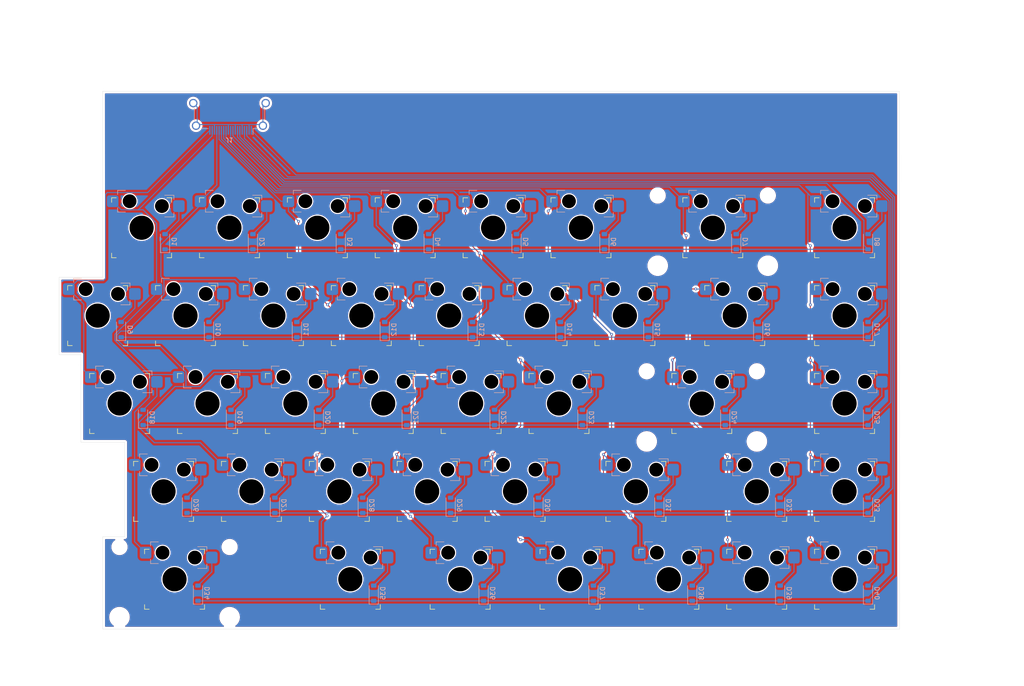
<source format=kicad_pcb>
(kicad_pcb (version 20240108) (generator "pcbnew") (generator_version "8.0")
  (layers (0 "F.Cu" signal) (31 "B.Cu" signal) (34 "B.Paste" user) (35 "F.Paste" user) (36 "B.SilkS" user "B.Silkscreen") (37 "F.SilkS" user "F.Silkscreen") (38 "B.Mask" user) (39 "F.Mask" user) (44 "Edge.Cuts" user))
  (net 0 "")
  (net 1 "ROW0")
  (net 2 "Net-(D1-A)")
  (net 3 "Net-(D2-A)")
  (net 4 "Net-(D3-A)")
  (net 5 "Net-(D4-A)")
  (net 6 "Net-(D5-A)")
  (net 7 "Net-(D6-A)")
  (net 8 "Net-(D7-A)")
  (net 9 "Net-(D8-A)")
  (net 10 "Net-(D9-A)")
  (net 11 "ROW1")
  (net 12 "Net-(D10-A)")
  (net 13 "Net-(D11-A)")
  (net 14 "Net-(D12-A)")
  (net 15 "Net-(D13-A)")
  (net 16 "Net-(D14-A)")
  (net 17 "Net-(D15-A)")
  (net 18 "Net-(D16-A)")
  (net 19 "Net-(D17-A)")
  (net 20 "Net-(D18-A)")
  (net 21 "ROW2")
  (net 22 "Net-(D19-A)")
  (net 23 "Net-(D20-A)")
  (net 24 "Net-(D21-A)")
  (net 25 "Net-(D22-A)")
  (net 26 "Net-(D23-A)")
  (net 27 "Net-(D24-A)")
  (net 28 "Net-(D25-A)")
  (net 29 "ROW3")
  (net 30 "Net-(D26-A)")
  (net 31 "Net-(D27-A)")
  (net 32 "Net-(D28-A)")
  (net 33 "Net-(D29-A)")
  (net 34 "Net-(D30-A)")
  (net 35 "Net-(D31-A)")
  (net 36 "Net-(D32-A)")
  (net 37 "Net-(D33-A)")
  (net 38 "Net-(D34-A)")
  (net 39 "ROW4")
  (net 40 "Net-(D35-A)")
  (net 41 "Net-(D36-A)")
  (net 42 "Net-(D37-A)")
  (net 43 "Net-(D38-A)")
  (net 44 "Net-(D39-A)")
  (net 45 "Net-(D40-A)")
  (net 46 "GND")
  (net 47 "COL15")
  (net 48 "COL12")
  (net 49 "COL9")
  (net 50 "COL11")
  (net 51 "COL8")
  (net 52 "COL10")
  (net 53 "COL13")
  (net 54 "COL14")
  (net 55 "COL7")
  (footprint "key-switches:SW_Gateron_LowProfile_HotSwap_Good" (layer "F.Cu") (at 133.1 52.6)
    (property "Reference" "SW5" (hide yes))
    (property "Value" "Key_-" (hide yes))
  )
  (footprint "key-switches:SW_Gateron_LowProfile_HotSwap_Good" (layer "F.Cu") (at 178.3438 90.7)
    (property "Reference" "SW24" (hide yes))
    (property "Value" "Key_Enter" (hide yes))
  )
  (footprint "key-switches:SW_Gateron_LowProfile_HotSwap_Good" (layer "F.Cu") (at 209.3 128.8)
    (property "Reference" "SW40" (hide yes))
    (property "Value" "Key_Right" (hide yes))
  )
  (footprint "key-switches:SW_Gateron_LowProfile_HotSwap_Good" (layer "F.Cu") (at 52.1375 90.7)
    (property "Reference" "SW18" (hide yes))
    (property "Value" "Key_H" (hide yes))
  )
  (footprint "key-switches:SW_Gateron_LowProfile_HotSwap_Good" (layer "F.Cu") (at 75.95 52.6)
    (property "Reference" "SW2" (hide yes))
    (property "Value" "Key_8" (hide yes))
  )
  (footprint "key-switches:SW_Gateron_LowProfile_HotSwap_Good" (layer "F.Cu") (at 95 52.6)
    (property "Reference" "SW3" (hide yes))
    (property "Value" "Key_9" (hide yes))
  )
  (footprint "key-switches:SW_Gateron_LowProfile_HotSwap_Good" (layer "F.Cu") (at 209.3 90.7)
    (property "Reference" "SW25" (hide yes))
    (property "Value" "Key_PgUp" (hide yes))
  )
  (footprint "key-switches:SW_Gateron_LowProfile_HotSwap_Good" (layer "F.Cu") (at 66.425 71.65)
    (property "Reference" "SW10" (hide yes))
    (property "Value" "Key_U" (hide yes))
  )
  (footprint "key-switches:SW_Gateron_LowProfile_HotSwap_Good" (layer "F.Cu") (at 125.9563 128.8)
    (property "Reference" "SW36" (hide yes))
    (property "Value" "Key_Fn" (hide yes))
  )
  (footprint "key-switches:SW_Gateron_LowProfile_HotSwap_Good" (layer "F.Cu") (at 61.6625 109.75)
    (property "Reference" "SW26" (hide yes))
    (property "Value" "Key_N" (hide yes))
  )
  (footprint "PCM_Mounting_Keyboard_Stabilizer_1:Stabilizer_Cherry_MX_2.00u" (layer "F.Cu") (at 180.725 52.6)
    (property "Reference" "ST7" (hide yes))
    (property "Value" "Stabilizer_Cherry_MX_2.00u")
  )
  (footprint "key-switches:SW_Gateron_LowProfile_HotSwap_Good" (layer "F.Cu") (at 209.3 52.6)
    (property "Reference" "SW8" (hide yes))
    (property "Value" "Key_Del" (hide yes))
  )
  (footprint "key-switches:SW_Gateron_LowProfile_HotSwap_Good" (layer "F.Cu") (at 171.2 128.8)
    (property "Reference" "SW38" (hide yes))
    (property "Value" "Key_Left" (hide yes))
  )
  (footprint "key-switches:SW_Gateron_LowProfile_HotSwap_Good" (layer "F.Cu") (at 118.8125 109.75)
    (property "Reference" "SW29" (hide yes))
    (property "Value" "Key_." (hide yes))
  )
  (footprint "key-switches:SW_Gateron_LowProfile_HotSwap_Good" (layer "F.Cu") (at 47.375 71.65)
    (property "Reference" "SW9" (hide yes))
    (property "Value" "Key_Y" (hide yes))
  )
  (footprint "key-switches:SW_Gateron_LowProfile_HotSwap_Good" (layer "F.Cu") (at 90.2375 90.7)
    (property "Reference" "SW20" (hide yes))
    (property "Value" "Key_K" (hide yes))
  )
  (footprint "PCM_Mounting_Keyboard_Stabilizer_1:Stabilizer_Cherry_MX_2.00u" (layer "F.Cu") (at 64.0438 128.8)
    (property "Reference" "ST34" (hide yes))
    (property "Value" "Stabilizer_Cherry_MX_2.00u")
  )
  (footprint "key-switches:SW_Gateron_LowProfile_HotSwap_Good" (layer "F.Cu") (at 80.7125 109.75)
    (property "Reference" "SW27" (hide yes))
    (property "Value" "Key_M" (hide yes))
  )
  (footprint "key-switches:SW_Gateron_LowProfile_HotSwap_Good" (layer "F.Cu") (at 180.725 52.6)
    (property "Reference" "SW7" (hide yes))
    (property "Value" "Key_BkSpc" (hide yes))
  )
  (footprint "key-switches:SW_Gateron_LowProfile_HotSwap_Good" (layer "F.Cu") (at 114.05 52.6)
    (property "Reference" "SW4" (hide yes))
    (property "Value" "Key_0" (hide yes))
  )
  (footprint "key-switches:SW_Gateron_LowProfile_HotSwap_Good" (layer "F.Cu") (at 185.4875 71.65)
    (property "Reference" "SW16" (hide yes))
    (property "Value" "Key_\\" (hide yes))
  )
  (footprint "key-switches:SW_Gateron_LowProfile_HotSwap_Good" (layer "F.Cu") (at 164.0563 109.75)
    (property "Reference" "SW31" (hide yes))
    (property "Value" "Key_Shift" (hide yes))
  )
  (footprint "key-switches:SW_Gateron_LowProfile_HotSwap_Good" (layer "F.Cu") (at 142.625 71.65)
    (property "Reference" "SW14" (hide yes))
    (property "Value" "Key_[" (hide yes))
  )
  (footprint "key-switches:SW_Gateron_LowProfile_HotSwap_Good" (layer "F.Cu") (at 190.25 128.8)
    (property "Reference" "SW39" (hide yes))
    (property "Value" "Key_Down" (hide yes))
  )
  (footprint "key-switches:SW_Gateron_LowProfile_HotSwap_Good" (layer "F.Cu") (at 56.9 52.6)
    (property "Reference" "SW1" (hide yes))
    (property "Value" "Key_7" (hide yes))
  )
  (footprint "key-switches:SW_Gateron_LowProfile_HotSwap_Good" (layer "F.Cu") (at 109.2875 90.7)
    (property "Reference" "SW21" (hide yes))
    (property "Value" "Key_L" (hide yes))
  )
  (footprint "key-switches:SW_Gateron_LowProfile_HotSwap_Good" (layer "F.Cu") (at 209.3 109.75)
    (property "Reference" "SW33" (hide yes))
    (property "Value" "Key_PgDn" (hide yes))
  )
  (footprint "PCM_Mounting_Keyboard_Stabilizer_1:Stabilizer_Cherry_MX_2.00u" (layer "F.Cu") (at 178.3438 90.7)
    (property "Reference" "ST24" (hide yes))
    (property "Value" "Stabilizer_Cherry_MX_2.00u")
  )
  (footprint "key-switches:SW_Gateron_LowProfile_HotSwap_Good" (layer "F.Cu") (at 190.25 109.75)
    (property "Reference" "SW32" (hide yes))
    (property "Value" "Key_Up" (hide yes))
  )
  (footprint "key-switches:SW_Gateron_LowProfile_HotSwap_Good" (layer "F.Cu") (at 152.15 52.6)
    (property "Reference" "SW6" (hide yes))
    (property "Value" "Key_=" (hide yes))
  )
  (footprint "key-switches:SW_Gateron_LowProfile_HotSwap_Good" (layer "F.Cu") (at 71.1875 90.7)
    (property "Reference" "SW19" (hide yes))
    (property "Value" "Key_J" (hide yes))
  )
  (footprint "key-switches:SW_Gateron_LowProfile_HotSwap_Good" (layer "F.Cu") (at 137.8625 109.75)
    (property "Reference" "SW30" (hide yes))
    (property "Value" "Key_/" (hide yes))
  )
  (footprint "key-switches:SW_Gateron_LowProfile_HotSwap_Good" (layer "F.Cu") (at 128.3375 90.7)
    (property "Reference" "SW22" (hide yes))
    (property "Value" "Key_;" (hide yes))
  )
  (footprint "key-switches:SW_Gateron_LowProfile_HotSwap_Good" (layer "F.Cu") (at 85.475 71.65)
    (property "Reference" "SW11" (hide yes))
    (property "Value" "Key_I" (hide yes))
  )
  (footprint "key-switches:SW_Gateron_LowProfile_HotSwap_Good" (layer "F.Cu") (at 149.7688 128.8)
    (property "Reference" "SW37" (hide yes))
    (property "Value" "Key_Ctrl" (hide yes))
  )
  (footprint "key-switches:SW_Gateron_LowProfile_HotSwap_Good" (layer "F.Cu") (at 209.3 71.65)
    (property "Reference" "SW17" (hide yes))
    (property "Value" "Key_Home" (hide yes))
  )
  (footprint "key-switches:SW_Gateron_LowProfile_HotSwap_Good" (layer "F.Cu") (at 161.675 71.65)
    (property "Reference" "SW15" (hide yes))
    (property "Value" "Key_]" (hide yes))
  )
  (footprint "key-switches:SW_Gateron_LowProfile_HotSwap_Good" (layer "F.Cu") (at 102.1438 128.8)
    (property "Reference" "SW35" (hide yes))
    (property "Value" "Key_Alt" (hide yes))
  )
  (footprint "key-switches:SW_Gateron_LowProfile_HotSwap_Good" (layer "F.Cu") (at 147.3875 90.7)
    (property "Reference" "SW23" (hide yes))
    (property "Value" "Key_'" (hide yes))
  )
  (footprint "key-switches:SW_Gateron_LowProfile_HotSwap_Good" (layer "F.Cu") (at 123.575 71.65)
    (property "Reference" "SW13" (hide yes))
    (property "Value" "Key_P" (hide yes))
  )
  (footprint "key-switches:SW_Gateron_LowProfile_HotSwap_Good" (layer "F.Cu") (at 104.525 71.65)
    (property "Reference" "SW12" (hide yes))
    (property "Value" "Key_O" (hide yes))
  )
  (footprint "key-switches:SW_Gateron_LowProfile_HotSwap_Good" (layer "F.Cu") (at 99.7625 109.75)
    (property "Reference" "SW28" (hide yes))
    (property "Value" "Key_," (hide yes))
  )
  (footprint "key-switches:SW_Gateron_LowProfile_HotSwap_Good" (layer "F.Cu") (at 64.0438 128.8)
    (property "Reference" "SW34" (hide yes))
    (property "Value" "Key_Spc" (hide yes))
  )
  (footprint "Diode_SMD:D_SOD-123" (layer "B.Cu") (at 214.38 55.63 90)
    (property "Reference" "D8")
    (property "Value" "~")
  )
  (footprint "Diode_SMD:D_SOD-123" (layer "B.Cu") (at 152.4675 93.73 90)
    (property "Reference" "D23")
    (property "Value" "~")
  )
  (footprint "Connector_Video:HDMI_A_Amphenol_10029449-x01xLF_Horizontal" (layer "B.Cu") (at 75.95 26.475)
    (property "Reference" "J1")
    (property "Value" "HDMI_A")
  )
  (footprint "Diode_SMD:D_SOD-123" (layer "B.Cu") (at 107.2238 131.83 90)
    (property "Reference" "D35")
    (property "Value" "~")
  )
  (footprint "Diode_SMD:D_SOD-123" (layer "B.Cu") (at 176.28 131.83 90)
    (property "Reference" "D38")
    (property "Value" "~")
  )
  (footprint "Diode_SMD:D_SOD-123" (layer "B.Cu") (at 142.9425 112.78 90)
    (property "Reference" "D30")
    (property "Value" "~")
  )
  (footprint "Diode_SMD:D_SOD-123" (layer "B.Cu") (at 131.0363 131.83 90)
    (property "Reference" "D36")
    (property "Value" "~")
  )
  (footprint "Diode_SMD:D_SOD-123" (layer "B.Cu") (at 195.33 131.83 90)
    (property "Reference" "D39")
    (property "Value" "~")
  )
  (footprint "Diode_SMD:D_SOD-123" (layer "B.Cu") (at 138.18 55.63 90)
    (property "Reference" "D5")
    (property "Value" "~")
  )
  (footprint "Diode_SMD:D_SOD-123" (layer "B.Cu") (at 90.555 74.68 90)
    (property "Reference" "D11")
    (property "Value" "~")
  )
  (footprint "Diode_SMD:D_SOD-123" (layer "B.Cu") (at 157.23 55.63 90)
    (property "Reference" "D6")
    (property "Value" "~")
  )
  (footprint "Diode_SMD:D_SOD-123" (layer "B.Cu") (at 123.8925 112.78 90)
    (property "Reference" "D29")
    (property "Value" "~")
  )
  (footprint "Diode_SMD:D_SOD-123" (layer "B.Cu") (at 61.98 55.63 90)
    (property "Reference" "D1")
    (property "Value" "~")
  )
  (footprint "Diode_SMD:D_SOD-123" (layer "B.Cu") (at 214.38 112.78 90)
    (property "Reference" "D33")
    (property "Value" "~")
  )
  (footprint "Diode_SMD:D_SOD-123" (layer "B.Cu") (at 169.1363 112.78 90)
    (property "Reference" "D31")
    (property "Value" "~")
  )
  (footprint "Diode_SMD:D_SOD-123" (layer "B.Cu") (at 114.3675 93.73 90)
    (property "Reference" "D21")
    (property "Value" "~")
  )
  (footprint "Diode_SMD:D_SOD-123" (layer "B.Cu") (at 81.03 55.63 90)
    (property "Reference" "D2")
    (property "Value" "~")
  )
  (footprint "Diode_SMD:D_SOD-123" (layer "B.Cu") (at 147.705 74.68 90)
    (property "Reference" "D14")
    (property "Value" "~")
  )
  (footprint "Diode_SMD:D_SOD-123" (layer "B.Cu") (at 57.2175 93.73 90)
    (property "Reference" "D18")
    (property "Value" "~")
  )
  (footprint "Diode_SMD:D_SOD-123" (layer "B.Cu") (at 66.7425 112.78 90)
    (property "Reference" "D26")
    (property "Value" "~")
  )
  (footprint "Diode_SMD:D_SOD-123" (layer "B.Cu") (at 109.605 74.68 90)
    (property "Reference" "D12")
    (property "Value" "~")
  )
  (footprint "Diode_SMD:D_SOD-123" (layer "B.Cu") (at 190.5675 74.68 90)
    (property "Reference" "D16")
    (property "Value" "~")
  )
  (footprint "Diode_SMD:D_SOD-123" (layer "B.Cu") (at 154.8488 131.83 90)
    (property "Reference" "D37")
    (property "Value" "~")
  )
  (footprint "Diode_SMD:D_SOD-123" (layer "B.Cu") (at 100.08 55.63 90)
    (property "Reference" "D3")
    (property "Value" "~")
  )
  (footprint "Diode_SMD:D_SOD-123" (layer "B.Cu") (at 195.33 112.78 90)
    (property "Reference" "D32")
    (property "Value" "~")
  )
  (footprint "Diode_SMD:D_SOD-123" (layer "B.Cu") (at 95.3175 93.73 90)
    (property "Reference" "D20")
    (property "Value" "~")
  )
  (footprint "Diode_SMD:D_SOD-123" (layer "B.Cu") (at 76.2675 93.73 90)
    (property "Reference" "D19")
    (property "Value" "~")
  )
  (footprint "Diode_SMD:D_SOD-123" (layer "B.Cu") (at 71.505 74.68 90)
    (property "Reference" "D10")
    (property "Value" "~")
  )
  (footprint "Diode_SMD:D_SOD-123" (layer "B.Cu") (at 119.13 55.63 90)
    (property "Reference" "D4")
    (property "Value" "~")
  )
  (footprint "Diode_SMD:D_SOD-123" (layer "B.Cu") (at 214.38 93.73 90)
    (property "Reference" "D25")
    (property "Value" "~")
  )
  (footprint "Diode_SMD:D_SOD-123" (layer "B.Cu") (at 128.655 74.68 90)
    (property "Reference" "D13")
    (property "Value" "~")
  )
  (footprint "Diode_SMD:D_SOD-123" (layer "B.Cu") (at 85.7925 112.78 90)
    (property "Reference" "D27")
    (property "Value" "~")
  )
  (footprint "Diode_SMD:D_SOD-123" (layer "B.Cu") (at 214.38 131.83 90)
    (property "Reference" "D40")
    (property "Value" "~")
  )
  (footprint "Diode_SMD:D_SOD-123" (layer "B.Cu") (at 183.4238 93.73 90)
    (property "Reference" "D24")
    (property "Value" "~")
  )
  (footprint "Diode_SMD:D_SOD-123" (layer "B.Cu") (at 52.455 74.68 90)
    (property "Reference" "D9")
    (property "Value" "~")
  )
  (footprint "Diode_SMD:D_SOD-123" (layer "B.Cu") (at 214.38 74.68 90)
    (property "Reference" "D17")
    (property "Value" "~")
  )
  (footprint "Diode_SMD:D_SOD-123" (layer "B.Cu") (at 133.4175 93.73 90)
    (property "Reference" "D22")
    (property "Value" "~")
  )
  (footprint "Diode_SMD:D_SOD-123" (layer "B.Cu") (at 104.8425 112.78 90)
    (property "Reference" "D28")
    (property "Value" "~")
  )
  (footprint "Diode_SMD:D_SOD-123" (layer "B.Cu") (at 166.755 74.68 90)
    (property "Reference" "D15")
    (property "Value" "~")
  )
  (footprint "Diode_SMD:D_SOD-123" (layer "B.Cu") (at 69.1238 131.83 90)
    (property "Reference" "D34")
    (property "Value" "~")
  )
  (footprint "Diode_SMD:D_SOD-123" (layer "B.Cu") (at 185.805 55.63 90)
    (property "Reference" "D7")
    (property "Value" "~")
  )
  (gr_line (start 48.475 63.35) (end 48.45 22.975) (stroke (width 0.05)) (layer "Edge.Cuts"))
  (gr_line (start 39 63.35) (end 48.475 63.35) (stroke (width 0.05)) (layer "Edge.Cuts"))
  (gr_line (start 53.25 119.6) (end 48.475 119.6) (stroke (width 0.05)) (layer "Edge.Cuts"))
  (gr_line (start 43.75 82.35) (end 43.75 80.1) (stroke (width 0.05)) (layer "Edge.Cuts"))
  (gr_line (start 48.475 139.6) (end 48.475 119.6) (stroke (width 0.05)) (layer "Edge.Cuts"))
  (gr_line (start 39 80.1) (end 39 63.35) (stroke (width 0.05)) (layer "Edge.Cuts"))
  (gr_line (start 221.2125 139.6) (end 48.475 139.6) (stroke (width 0.05)) (layer "Edge.Cuts"))
  (gr_line (start 53.25 119.6) (end 53.25 99.1) (stroke (width 0.05)) (layer "Edge.Cuts"))
  (gr_line (start 221.2125 139.6) (end 221.1875 22.975) (stroke (width 0.05)) (layer "Edge.Cuts"))
  (gr_line (start 221.1875 22.975) (end 48.45 22.975) (stroke (width 0.05)) (layer "Edge.Cuts"))
  (gr_line (start 43.75 80.1) (end 39 80.1) (stroke (width 0.05)) (layer "Edge.Cuts"))
  (gr_line (start 43.75 99.1) (end 43.75 82.35) (stroke (width 0.05)) (layer "Edge.Cuts"))
  (gr_line (start 53.25 99.1) (end 43.75 99.1) (stroke (width 0.05)) (layer "Edge.Cuts"))
  (segment (start 185.805 57.28) (end 214.38 57.28) (width 0.2) (layer "B.Cu") (net 1))
  (segment (start 77.7 32.95) (end 87.691 42.941) (width 0.2) (layer "B.Cu") (net 1))
  (segment (start 157.23 57.28) (end 185.805 57.28) (width 0.2) (layer "B.Cu") (net 1))
  (segment (start 87.691 42.941) (end 205.416 42.941) (width 0.2) (layer "B.Cu") (net 1))
  (segment (start 213.48 56.38) (end 214.38 57.28) (width 0.2) (layer "B.Cu") (net 1))
  (segment (start 77.7 31.475) (end 77.7 32.95) (width 0.2) (layer "B.Cu") (net 1))
  (segment (start 138.18 57.28) (end 157.23 57.28) (width 0.2) (layer "B.Cu") (net 1))
  (segment (start 61.98 57.28) (end 81.03 57.28) (width 0.2) (layer "B.Cu") (net 1))
  (segment (start 100.08 57.28) (end 119.13 57.28) (width 0.2) (layer "B.Cu") (net 1))
  (segment (start 205.416 42.941) (end 213.48 51.005) (width 0.2) (layer "B.Cu") (net 1))
  (segment (start 81.03 57.28) (end 100.08 57.28) (width 0.2) (layer "B.Cu") (net 1))
  (segment (start 213.48 51.005) (end 213.48 56.38) (width 0.2) (layer "B.Cu") (net 1))
  (segment (start 119.13 57.28) (end 138.18 57.28) (width 0.2) (layer "B.Cu") (net 1))
  (segment (start 64.975 47.9) (end 64.975 50.985) (width 0.2) (layer "B.Cu") (net 2))
  (segment (start 64.975 50.985) (end 61.98 53.98) (width 0.2) (layer "B.Cu") (net 2))
  (segment (start 84.025 47.9) (end 84.025 50.985) (width 0.2) (layer "B.Cu") (net 3))
  (segment (start 84.025 50.985) (end 81.03 53.98) (width 0.2) (layer "B.Cu") (net 3))
  (segment (start 103.075 47.9) (end 103.075 50.985) (width 0.2) (layer "B.Cu") (net 4))
  (segment (start 103.075 50.985) (end 100.08 53.98) (width 0.2) (layer "B.Cu") (net 4))
  (segment (start 122.125 47.9) (end 122.125 50.985) (width 0.2) (layer "B.Cu") (net 5))
  (segment (start 122.125 50.985) (end 119.13 53.98) (width 0.2) (layer "B.Cu") (net 5))
  (segment (start 141.175 50.985) (end 138.18 53.98) (width 0.2) (layer "B.Cu") (net 6))
  (segment (start 141.175 47.9) (end 141.175 50.985) (width 0.2) (layer "B.Cu") (net 6))
  (segment (start 160.225 47.9) (end 160.225 50.985) (width 0.2) (layer "B.Cu") (net 7))
  (segment (start 160.225 50.985) (end 157.23 53.98) (width 0.2) (layer "B.Cu") (net 7))
  (segment (start 188.8 47.9) (end 188.8 50.985) (width 0.2) (layer "B.Cu") (net 8))
  (segment (start 188.8 50.985) (end 185.805 53.98) (width 0.2) (layer "B.Cu") (net 8))
  (segment (start 217.375 47.9) (end 217.375 50.985) (width 0.2) (layer "B.Cu") (net 9))
  (segment (start 217.375 50.985) (end 214.38 53.98) (width 0.2) (layer "B.Cu") (net 9))
  (segment (start 55.45 70.035) (end 52.455 73.03) (width 0.2) (layer "B.Cu") (net 10))
  (segment (start 55.45 66.95) (end 55.45 70.035) (width 0.2) (layer "B.Cu") (net 10))
  (segment (start 128.655 76.33) (end 147.705 76.33) (width 0.2) (layer "B.Cu") (net 11))
  (segment (start 166.755 76.33) (end 190.5675 76.33) (width 0.2) (layer "B.Cu") (net 11))
  (segment (start 109.605 76.33) (end 128.655 76.33) (width 0.2) (layer "B.Cu") (net 11))
  (segment (start 218.925 46.7864) (end 218.925 71.785) (width 0.2) (layer "B.Cu") (net 11))
  (segment (start 190.5675 76.33) (end 214.38 76.33) (width 0.2) (layer "B.Cu") (net 11))
  (segment (start 78.2 31.475) (end 78.2 32.8843) (width 0.2) (layer "B.Cu") (net 11))
  (segment (start 90.555 76.33) (end 109.605 76.33) (width 0.2) (layer "B.Cu") (net 11))
  (segment (start 78.2 32.8843) (end 87.8567 42.541) (width 0.2) (layer "B.Cu") (net 11))
  (segment (start 218.925 71.785) (end 214.38 76.33) (width 0.2) (layer "B.Cu") (net 11))
  (segment (start 52.455 76.33) (end 71.505 76.33) (width 0.2) (layer "B.Cu") (net 11))
  (segment (start 71.505 76.33) (end 90.555 76.33) (width 0.2) (layer "B.Cu") (net 11))
  (segment (start 87.8567 42.541) (end 214.68 42.541) (width 0.2) (layer "B.Cu") (net 11))
  (segment (start 214.68 42.541) (end 218.925 46.7864) (width 0.2) (layer "B.Cu") (net 11))
  (segment (start 147.705 76.33) (end 166.755 76.33) (width 0.2) (layer "B.Cu") (net 11))
  (segment (start 74.5 66.95) (end 74.5 70.035) (width 0.2) (layer "B.Cu") (net 12))
  (segment (start 74.5 70.035) (end 71.505 73.03) (width 0.2) (layer "B.Cu") (net 12))
  (segment (start 93.55 70.035) (end 90.555 73.03) (width 0.2) (layer "B.Cu") (net 13))
  (segment (start 93.55 66.95) (end 93.55 70.035) (width 0.2) (layer "B.Cu") (net 13))
  (segment (start 112.6 70.035) (end 109.605 73.03) (width 0.2) (layer "B.Cu") (net 14))
  (segment (start 112.6 66.95) (end 112.6 70.035) (width 0.2) (layer "B.Cu") (net 14))
  (segment (start 131.65 66.95) (end 131.65 70.035) (width 0.2) (layer "B.Cu") (net 15))
  (segment (start 131.65 70.035) (end 128.655 73.03) (width 0.2) (layer "B.Cu") (net 15))
  (segment (start 150.7 70.035) (end 147.705 73.03) (width 0.2) (layer "B.Cu") (net 16))
  (segment (start 150.7 66.95) (end 150.7 70.035) (width 0.2) (layer "B.Cu") (net 16))
  (segment (start 169.75 70.035) (end 166.755 73.03) (width 0.2) (layer "B.Cu") (net 17))
  (segment (start 169.75 66.95) (end 169.75 70.035) (width 0.2) (layer "B.Cu") (net 17))
  (segment (start 192.065 71.5325) (end 190.5675 73.03) (width 0.2) (layer "B.Cu") (net 18))
  (segment (start 193.562 66.95) (end 193.562 68.4925) (width 0.2) (layer "B.Cu") (net 18))
  (segment (start 193.562 68.4925) (end 193.5625 68.492) (width 0.2) (layer "B.Cu") (net 18))
  (segment (start 193.562 68.4925) (end 193.562 70.035) (width 0.2) (layer "B.Cu") (net 18))
  (segment (start 192.065 71.5325) (end 190.568 73.03) (width 0.2) (layer "B.Cu") (net 18))
  (segment (start 193.5625 68.492) (end 193.5625 66.95) (width 0.2) (layer "B.Cu") (net 18))
  (segment (start 193.562 70.035) (end 192.065 71.5325) (width 0.2) (layer "B.Cu") (net 18))
  (segment (start 217.375 66.95) (end 217.375 70.035) (width 0.2) (layer "B.Cu") (net 19))
  (segment (start 217.375 70.035) (end 214.38 73.03) (width 0.2) (layer "B.Cu") (net 19))
  (segment (start 60.2125 86) (end 60.2125 89.085) (width 0.2) (layer "B.Cu") (net 20))
  (segment (start 60.2125 89.085) (end 57.2175 92.08) (width 0.2) (layer "B.Cu") (net 20))
  (segment (start 87.95 41.975) (end 214.855 41.975) (width 0.2) (layer "B.Cu") (net 21))
  (segment (start 79.2 33.225) (end 87.95 41.975) (width 0.2) (layer "B.Cu") (net 21))
  (segment (start 95.3175 95.38) (end 76.2675 95.38) (width 0.2) (layer "B.Cu") (net 21))
  (segment (start 133.4175 95.38) (end 114.3675 95.38) (width 0.2) (layer "B.Cu") (net 21))
  (segment (start 219.325 46.445) (end 219.325 90.435) (width 0.2) (layer "B.Cu") (net 21))
  (segment (start 214.38 95.38) (end 183.4238 95.38) (width 0.2) (layer "B.Cu") (net 21))
  (segment (start 79.2 31.475) (end 79.2 33.225) (width 0.2) (layer "B.Cu") (net 21))
  (segment (start 219.325 90.435) (end 214.38 95.38) (width 0.2) (layer "B.Cu") (net 21))
  (segment (start 114.3675 95.38) (end 95.3175 95.38) (width 0.2) (layer "B.Cu") (net 21))
  (segment (start 183.4238 95.38) (end 152.4675 95.38) (width 0.2) (layer "B.Cu") (net 21))
  (segment (start 152.4675 95.38) (end 133.4175 95.38) (width 0.2) (layer "B.Cu") (net 21))
  (segment (start 214.855 41.975) (end 219.325 46.445) (width 0.2) (layer "B.Cu") (net 21))
  (segment (start 76.2675 95.38) (end 57.2175 95.38) (width 0.2) (layer "B.Cu") (net 21))
  (segment (start 79.2625 86) (end 79.2625 89.085) (width 0.2) (layer "B.Cu") (net 22))
  (segment (start 79.2625 89.085) (end 76.2675 92.08) (width 0.2) (layer "B.Cu") (net 22))
  (segment (start 98.3125 86) (end 98.3125 89.085) (width 0.2) (layer "B.Cu") (net 23))
  (segment (start 98.3125 89.085) (end 95.3175 92.08) (width 0.2) (layer "B.Cu") (net 23))
  (segment (start 117.362 89.085) (end 115.865 90.5825) (width 0.2) (layer "B.Cu") (net 24))
  (segment (start 117.362 86) (end 117.362 87.5425) (width 0.2) (layer "B.Cu") (net 24))
  (segment (start 117.3625 87.542) (end 117.3625 86) (width 0.2) (layer "B.Cu") (net 24))
  (segment (start 117.362 87.5425) (end 117.3625 87.542) (width 0.2) (layer "B.Cu") (net 24))
  (segment (start 115.865 90.5825) (end 114.368 92.08) (width 0.2) (layer "B.Cu") (net 24))
  (segment (start 117.362 87.5425) (end 117.362 89.085) (width 0.2) (layer "B.Cu") (net 24))
  (segment (start 115.865 90.5825) (end 114.3675 92.08) (width 0.2) (layer "B.Cu") (net 24))
  (segment (start 134.915 90.5825) (end 133.4175 92.08) (width 0.2) (layer "B.Cu") (net 25))
  (segment (start 136.412 89.085) (end 134.915 90.5825) (width 0.2) (layer "B.Cu") (net 25))
  (segment (start 134.915 90.5825) (end 133.418 92.08) (width 0.2) (layer "B.Cu") (net 25))
  (segment (start 136.412 87.5425) (end 136.412 89.085) (width 0.2) (layer "B.Cu") (net 25))
  (segment (start 136.412 87.5425) (end 136.4125 87.542) (width 0.2) (layer "B.Cu") (net 25))
  (segment (start 136.4125 87.542) (end 136.4125 86) (width 0.2) (layer "B.Cu") (net 25))
  (segment (start 136.412 86) (end 136.412 87.5425) (width 0.2) (layer "B.Cu") (net 25))
  (segment (start 155.462 86) (end 155.462 87.5425) (width 0.2) (layer "B.Cu") (net 26))
  (segment (start 153.965 90.5825) (end 152.468 92.08) (width 0.2) (layer "B.Cu") (net 26))
  (segment (start 155.462 89.085) (end 153.965 90.5825) (width 0.2) (layer "B.Cu") (net 26))
  (segment (start 155.462 87.5425) (end 155.4625 87.542) (width 0.2) (layer "B.Cu") (net 26))
  (segment (start 155.4625 87.542) (end 155.4625 86) (width 0.2) (layer "B.Cu") (net 26))
  (segment (start 155.462 87.5425) (end 155.462 89.085) (width 0.2) (layer "B.Cu") (net 26))
  (segment (start 153.965 90.5825) (end 152.4675 92.08) (width 0.2) (layer "B.Cu") (net 26))
  (segment (start 186.419 87.5425) (end 186.419 89.085) (width 0.2) (layer "B.Cu") (net 27))
  (segment (start 186.419 86) (end 186.419 87.5425) (width 0.2) (layer "B.Cu") (net 27))
  (segment (start 184.9213 90.5825) (end 183.4238 92.08) (width 0.2) (layer "B.Cu") (net 27))
  (segment (start 186.4188 87.5423) (end 186.4188 86) (width 0.2) (layer "B.Cu") (net 27))
  (segment (start 186.419 89.085) (end 184.9215 90.5825) (width 0.2) (layer "B.Cu") (net 27))
  (segment (start 184.9215 90.5825) (end 184.9213 90.5825) (width 0.2) (layer "B.Cu") (net 27))
  (segment (start 186.419 87.5425) (end 186.4188 87.5423) (width 0.2) (layer "B.Cu") (net 27))
  (segment (start 184.9215 90.5825) (end 183.424 92.08) (width 0.2) (layer "B.Cu") (net 27))
  (segment (start 217.375 86) (end 217.375 89.085) (width 0.2) (layer "B.Cu") (net 28))
  (segment (start 217.375 89.085) (end 214.38 92.08) (width 0.2) (layer "B.Cu") (net 28))
  (segment (start 79.7 31.475) (end 79.7 32.675) (width 0.2) (layer "B.Cu") (net 29))
  (segment (start 88.6 41.575) (end 215.193 41.575) (width 0.2) (layer "B.Cu") (net 29))
  (segment (start 219.725 46.1075) (end 219.725 109.085) (width 0.2) (layer "B.Cu") (net 29))
  (segment (start 104.8425 114.43) (end 123.8925 114.43) (width 0.2) (layer "B.Cu") (net 29))
  (segment (start 79.7 32.675) (end 88.6 41.575) (width 0.2) (layer "B.Cu") (net 29))
  (segment (start 142.9425 114.43) (end 169.1363 114.43) (width 0.2) (layer "B.Cu") (net 29))
  (segment (start 219.725 109.085) (end 214.38 114.43) (width 0.2) (layer "B.Cu") (net 29))
  (segment (start 85.7925 114.43) (end 104.8425 114.43) (width 0.2) (layer "B.Cu") (net 29))
  (segment (start 66.7425 114.43) (end 85.7925 114.43) (width 0.2) (layer "B.Cu") (net 29))
  (segment (start 123.8925 114.43) (end 142.9425 114.43) (width 0.2) (layer "B.Cu") (net 29))
  (segment (start 169.1363 114.43) (end 195.33 114.43) (width 0.2) (layer "B.Cu") (net 29))
  (segment (start 195.33 114.43) (end 214.38 114.43) (width 0.2) (layer "B.Cu") (net 29))
  (segment (start 215.193 41.575) (end 219.725 46.1075) (width 0.2) (layer "B.Cu") (net 29))
  (segment (start 69.7375 105.05) (end 69.7375 108.135) (width 0.2) (layer "B.Cu") (net 30))
  (segment (start 69.7375 108.135) (end 66.7425 111.13) (width 0.2) (layer "B.Cu") (net 30))
  (segment (start 88.7875 108.135) (end 85.7925 111.13) (width 0.2) (layer "B.Cu") (net 31))
  (segment (start 88.7875 105.05) (end 88.7875 108.135) (width 0.2) (layer "B.Cu") (net 31))
  (segment (start 107.8375 106.592) (end 107.8375 105.05) (width 0.2) (layer "B.Cu") (net 32))
  (segment (start 106.34 109.6325) (end 104.842 111.13) (width 0.2) (layer "B.Cu") (net 32))
  (segment (start 107.838 106.5925) (end 107.838 108.135) (width 0.2) (layer "B.Cu") (net 32))
  (segment (start 107.838 105.05) (end 107.838 106.5925) (width 0.2) (layer "B.Cu") (net 32))
  (segment (start 106.34 109.6325) (end 104.8425 111.13) (width 0.2) (layer "B.Cu") (net 32))
  (segment (start 107.838 108.135) (end 106.34 109.6325) (width 0.2) (layer "B.Cu") (net 32))
  (segment (start 107.838 106.5925) (end 107.8375 106.592) (width 0.2) (layer "B.Cu") (net 32))
  (segment (start 125.39 109.6325) (end 123.892 111.13) (width 0.2) (layer "B.Cu") (net 33))
  (segment (start 125.39 109.6325) (end 123.8925 111.13) (width 0.2) (layer "B.Cu") (net 33))
  (segment (start 126.888 105.05) (end 126.888 106.5925) (width 0.2) (layer "B.Cu") (net 33))
  (segment (start 126.888 108.135) (end 125.39 109.6325) (width 0.2) (layer "B.Cu") (net 33))
  (segment (start 126.888 106.5925) (end 126.888 108.135) (width 0.2) (layer "B.Cu") (net 33))
  (segment (start 126.888 106.5925) (end 126.8875 106.592) (width 0.2) (layer "B.Cu") (net 33))
  (segment (start 126.8875 106.592) (end 126.8875 105.05) (width 0.2) (layer "B.Cu") (net 33))
  (segment (start 144.44 109.6325) (end 142.942 111.13) (width 0.2) (layer "B.Cu") (net 34))
  (segment (start 145.938 106.5925) (end 145.938 108.135) (width 0.2) (layer "B.Cu") (net 34))
  (segment (start 144.44 109.6325) (end 142.9425 111.13) (width 0.2) (layer "B.Cu") (net 34))
  (segment (start 145.938 106.5925) (end 145.9375 106.592) (width 0.2) (layer "B.Cu") (net 34))
  (segment (start 145.938 108.135) (end 144.44 109.6325) (width 0.2) (layer "B.Cu") (net 34))
  (segment (start 145.938 105.05) (end 145.938 106.5925) (width 0.2) (layer "B.Cu") (net 34))
  (segment (start 145.9375 106.592) (end 145.9375 105.05) (width 0.2) (layer "B.Cu") (net 34))
  (segment (start 169.1363 111.1297) (end 169.1363 111.13) (width 0.2) (layer "B.Cu") (net 35))
  (segment (start 172.1313 106.5922) (end 172.1313 105.05) (width 0.2) (layer "B.Cu") (net 35))
  (segment (start 172.131 108.135) (end 169.1363 111.1297) (width 0.2) (layer "B.Cu") (net 35))
  (segment (start 172.131 106.5925) (end 172.1313 106.5922) (width 0.2) (layer "B.Cu") (net 35))
  (segment (start 172.131 106.5925) (end 172.131 108.135) (width 0.2) (layer "B.Cu") (net 35))
  (segment (start 169.1363 111.1297) (end 169.136 111.13) (width 0.2) (layer "B.Cu") (net 35))
  (segment (start 172.131 105.05) (end 172.131 106.5925) (width 0.2) (layer "B.Cu") (net 35))
  (segment (start 198.325 108.135) (end 195.33 111.13) (width 0.2) (layer "B.Cu") (net 36))
  (segment (start 198.325 105.05) (end 198.325 108.135) (width 0.2) (layer "B.Cu") (net 36))
  (segment (start 217.375 108.135) (end 214.38 111.13) (width 0.2) (layer "B.Cu") (net 37))
  (segment (start 217.375 105.05) (end 217.375 108.135) (width 0.2) (layer "B.Cu") (net 37))
  (segment (start 72.1188 127.185) (end 69.1238 130.18) (width 0.2) (layer "B.Cu") (net 38))
  (segment (start 72.1188 124.1) (end 72.1188 127.185) (width 0.2) (layer "B.Cu") (net 38))
  (segment (start 131.0363 133.48) (end 107.2238 133.48) (width 0.2) (layer "B.Cu") (net 39))
  (segment (start 90.4 41.175) (end 215.358 41.175) (width 0.2) (layer "B.Cu") (net 39))
  (segment (start 220.125 45.9418) (end 220.125 127.735) (width 0.2) (layer "B.Cu") (net 39))
  (segment (start 195.33 133.48) (end 176.28 133.48) (width 0.2) (layer "B.Cu") (net 39))
  (segment (start 220.125 127.735) (end 214.38 133.48) (width 0.2) (layer "B.Cu") (net 39))
  (segment (start 215.358 41.175) (end 220.125 45.9418) (width 0.2) (layer "B.Cu") (net 39))
  (segment (start 80.7 31.475) (end 90.4 41.175) (width 0.2) (layer "B.Cu") (net 39))
  (segment (start 214.38 133.48) (end 195.33 133.48) (width 0.2) (layer "B.Cu") (net 39))
  (segment (start 107.2238 133.48) (end 69.1238 133.48) (width 0.2) (layer "B.Cu") (net 39))
  (segment (start 176.28 133.48) (end 154.8488 133.48) (width 0.2) (layer "B.Cu") (net 39))
  (segment (start 154.8488 133.48) (end 131.0363 133.48) (width 0.2) (layer "B.Cu") (net 39))
  (segment (start 108.7215 128.6825) (end 107.224 130.18) (width 0.2) (layer "B.Cu") (net 40))
  (segment (start 110.219 125.6425) (end 110.2188 125.6423) (width 0.2) (layer "B.Cu") (net 40))
  (segment (start 110.219 127.185) (end 108.7215 128.6825) (width 0.2) (layer "B.Cu") (net 40))
  (segment (start 110.219 124.1) (end 110.219 125.6425) (width 0.2) (layer "B.Cu") (net 40))
  (segment (start 110.2188 125.6423) (end 110.2188 124.1) (width 0.2) (layer "B.Cu") (net 40))
  (segment (start 108.7215 128.6825) (end 108.7213 128.6825) (width 0.2) (layer "B.Cu") (net 40))
  (segment (start 108.7213 128.6825) (end 107.2238 130.18) (width 0.2) (layer "B.Cu") (net 40))
  (segment (start 110.219 125.6425) (end 110.219 127.185) (width 0.2) (layer "B.Cu") (net 40))
  (segment (start 134.031 127.185) (end 131.0363 130.1797) (width 0.2) (layer "B.Cu") (net 41))
  (segment (start 134.031 125.6425) (end 134.0313 125.6422) (width 0.2) (layer "B.Cu") (net 41))
  (segment (start 134.031 125.6425) (end 134.031 127.185) (width 0.2) (layer "B.Cu") (net 41))
  (segment (start 134.031 124.1) (end 134.031 125.6425) (width 0.2) (layer "B.Cu") (net 41))
  (segment (start 131.0363 130.1797) (end 131.036 130.18) (width 0.2) (layer "B.Cu") (net 41))
  (segment (start 131.0363 130.1797) (end 131.0363 130.18) (width 0.2) (layer "B.Cu") (net 41))
  (segment (start 134.0313 125.6422) (end 134.0313 124.1) (width 0.2) (layer "B.Cu") (net 41))
  (segment (start 156.3465 128.6825) (end 154.849 130.18) (width 0.2) (layer "B.Cu") (net 42))
  (segment (start 157.844 127.185) (end 156.3465 128.6825) (width 0.2) (layer "B.Cu") (net 42))
  (segment (start 157.844 125.6425) (end 157.844 127.185) (width 0.2) (layer "B.Cu") (net 42))
  (segment (start 157.844 124.1) (end 157.844 125.6425) (width 0.2) (layer "B.Cu") (net 42))
  (segment (start 156.3465 128.6825) (end 156.3463 128.6825) (width 0.2) (layer "B.Cu") (net 42))
  (segment (start 157.844 125.6425) (end 157.8438 125.6423) (width 0.2) (layer "B.Cu") (net 42))
  (segment (start 156.3463 128.6825) (end 154.8488 130.18) (width 0.2) (layer "B.Cu") (net 42))
  (segment (start 157.8438 125.6423) (end 157.8438 124.1) (width 0.2) (layer "B.Cu") (net 42))
  (segment (start 179.275 127.185) (end 176.28 130.18) (width 0.2) (layer "B.Cu") (net 43))
  (segment (start 179.275 124.1) (end 179.275 127.185) (width 0.2) (layer "B.Cu") (net 43))
  (segment (start 198.325 124.1) (end 198.325 127.185) (width 0.2) (layer "B.Cu") (net 44))
  (segment (start 198.325 127.185) (end 195.33 130.18) (width 0.2) (layer "B.Cu") (net 44))
  (segment (start 217.375 124.1) (end 217.375 127.185) (width 0.2) (layer "B.Cu") (net 45))
  (segment (start 217.375 127.185) (end 214.38 130.18) (width 0.2) (layer "B.Cu") (net 45))
  (segment (start 83.8 25.575) (end 83.2 26.175) (width 0.2) (layer "B.Cu") (net 46))
  (segment (start 83.2 26.175) (end 83.2 30.2233) (width 0.2) (layer "B.Cu") (net 46))
  (segment (start 72.7 30.2233) (end 68.9517 30.2233) (width 0.2) (layer "B.Cu") (net 46))
  (segment (start 80.2 30.2248) (end 80.2 30.2233) (width 0.2) (layer "B.Cu") (net 46))
  (segment (start 68.9517 30.2233) (end 68.9517 26.4267) (width 0.2) (layer "B.Cu") (net 46))
  (segment (start 80.2 30.3241) (end 80.2 30.2248) (width 0.2) (layer "B.Cu") (net 46))
  (segment (start 77.2 30.225) (end 77.1983 30.2233) (width 0.2) (layer "B.Cu") (net 46))
  (segment (start 75.7 31.475) (end 75.7 30.2233) (width 0.2) (layer "B.Cu") (net 46))
  (segment (start 77.1983 30.2233) (end 75.7 30.2233) (width 0.2) (layer "B.Cu") (net 46))
  (segment (start 77.2 31.475) (end 77.2 30.3241) (width 0.2) (layer "B.Cu") (net 46))
  (segment (start 80.1985 30.2233) (end 78.7 30.2233) (width 0.2) (layer "B.Cu") (net 46))
  (segment (start 77.2 30.225) (end 77.2017 30.2233) (width 0.2) (layer "B.Cu") (net 46))
  (segment (start 68.9517 30.2233) (end 68.7 30.475) (width 0.2) (layer "B.Cu") (net 46))
  (segment (start 80.2 30.2248) (end 80.1985 30.2233) (width 0.2) (layer "B.Cu") (net 46))
  (segment (start 72.7 31.475) (end 72.7 30.2233) (width 0.2) (layer "B.Cu") (net 46))
  (segment (start 78.7 31.475) (end 78.7 30.2233) (width 0.2) (layer "B.Cu") (net 46))
  (segment (start 83.2 30.2233) (end 83.2 30.475) (width 0.2) (layer "B.Cu") (net 46))
  (segment (start 77.2017 30.2233) (end 78.7 30.2233) (width 0.2) (layer "B.Cu") (net 46))
  (segment (start 77.2 30.3241) (end 77.2 30.225) (width 0.2) (layer "B.Cu") (net 46))
  (segment (start 68.9517 26.4267) (end 68.1 25.575) (width 0.2) (layer "B.Cu") (net 46))
  (segment (start 83.2 30.2233) (end 80.2 30.2233) (width 0.2) (layer "B.Cu") (net 46))
  (segment (start 80.2 31.475) (end 80.2 30.3241) (width 0.2) (layer "B.Cu") (net 46))
  (segment (start 75.7 30.2233) (end 72.7 30.2233) (width 0.2) (layer "B.Cu") (net 46))
  (segment (start 201.8768 56.5016) (end 201.8768 69.3034) (width 0.2) (layer "F.Cu") (net 47))
  (segment (start 201.8768 69.3034) (end 201.8768 81.2858) (width 0.2) (layer "F.Cu") (net 47))
  (segment (start 201.8768 101.7401) (end 201.8768 120.2286) (width 0.2) (layer "F.Cu") (net 47))
  (segment (start 201.8768 81.2858) (end 201.8768 101.7401) (width 0.2) (layer "F.Cu") (net 47))
  (via (at 201.8768 101.7401) (size 0.6) (drill 0.3) (layers "F.Cu" "B.Cu") (net 47))
  (via (at 201.8768 56.5016) (size 0.6) (drill 0.3) (layers "F.Cu" "B.Cu") (net 47))
  (via (at 201.8768 81.2858) (size 0.6) (drill 0.3) (layers "F.Cu" "B.Cu") (net 47))
  (via (at 201.8768 120.2286) (size 0.6) (drill 0.3) (layers "F.Cu" "B.Cu") (net 47))
  (via (at 201.8768 69.3034) (size 0.6) (drill 0.3) (layers "F.Cu" "B.Cu") (net 47))
  (segment (start 203.025 102.8883) (end 203.025 104) (width 0.2) (layer "B.Cu") (net 47))
  (segment (start 201.3456 45.1706) (end 203.025 46.85) (width 0.2) (layer "B.Cu") (net 47))
  (segment (start 76.7 32.675) (end 87.366 43.341) (width 0.2) (layer "B.Cu") (net 47))
  (segment (start 203.025 82.434) (end 203.025 84.95) (width 0.2) (layer "B.Cu") (net 47))
  (segment (start 203.025 65.9) (end 201.8768 67.0482) (width 0.2) (layer "B.Cu") (net 47))
  (segment (start 76.7 31.475) (end 76.7 32.675) (width 0.2) (layer "B.Cu") (net 47))
  (segment (start 201.8768 120.2286) (end 203.025 121.3768) (width 0.2) (layer "B.Cu") (net 47))
  (segment (start 201.8768 101.7401) (end 203.025 102.8883) (width 0.2) (layer "B.Cu") (net 47))
  (segment (start 201.8768 67.0482) (end 201.8768 69.3034) (width 0.2) (layer "B.Cu") (net 47))
  (segment (start 87.366 43.341) (end 199.516 43.341) (width 0.2) (layer "B.Cu") (net 47))
  (segment (start 199.516 43.341) (end 201.3456 45.1706) (width 0.2) (layer "B.Cu") (net 47))
  (segment (start 201.3456 45.1706) (end 201.3456 55.9704) (width 0.2) (layer "B.Cu") (net 47))
  (segment (start 201.3456 55.9704) (end 201.8768 56.5016) (width 0.2) (layer "B.Cu") (net 47))
  (segment (start 203.025 121.3768) (end 203.025 123.05) (width 0.2) (layer "B.Cu") (net 47))
  (segment (start 201.8768 81.2858) (end 203.025 82.434) (width 0.2) (layer "B.Cu") (net 47))
  (segment (start 127.1168 48.9794) (end 127.1168 55.109) (width 0.2) (layer "F.Cu") (net 48))
  (segment (start 139.0784 95.6135) (end 133.0109 101.681) (width 0.2) (layer "F.Cu") (net 48))
  (segment (start 133.0109 114.1611) (end 139.0784 120.2286) (width 0.2) (layer "F.Cu") (net 48))
  (segment (start 127.1168 55.109) (end 130.1072 58.0994) (width 0.2) (layer "F.Cu") (net 48))
  (segment (start 133.0109 101.681) (end 133.0109 114.1611) (width 0.2) (layer "F.Cu") (net 48))
  (segment (start 130.1072 72.3146) (end 139.0784 81.2858) (width 0.2) (layer "F.Cu") (net 48))
  (segment (start 139.0784 81.2858) (end 139.0784 95.6135) (width 0.2) (layer "F.Cu") (net 48))
  (segment (start 130.1072 58.0994) (end 130.1072 72.3146) (width 0.2) (layer "F.Cu") (net 48))
  (via (at 130.1072 58.0994) (size 0.6) (drill 0.3) (layers "F.Cu" "B.Cu") (net 48))
  (via (at 133.0109 101.681) (size 0.6) (drill 0.3) (layers "F.Cu" "B.Cu") (net 48))
  (via (at 127.1168 48.9794) (size 0.6) (drill 0.3) (layers "F.Cu" "B.Cu") (net 48))
  (via (at 139.0784 81.2858) (size 0.6) (drill 0.3) (layers "F.Cu" "B.Cu") (net 48))
  (via (at 139.0784 120.2286) (size 0.6) (drill 0.3) (layers "F.Cu" "B.Cu") (net 48))
  (segment (start 131.5875 103.1044) (end 131.5875 104) (width 0.2) (layer "B.Cu") (net 48))
  (segment (start 86.075 44.6) (end 124.575 44.6) (width 0.2) (layer "B.Cu") (net 48))
  (segment (start 130.1072 58.0994) (end 136.35 64.3422) (width 0.2) (layer "B.Cu") (net 48))
  (segment (start 74.7 31.475) (end 74.7 33.225) (width 0.2) (layer "B.Cu") (net 48))
  (segment (start 124.575 44.6) (end 126.825 46.85) (width 0.2) (layer "B.Cu") (net 48))
  (segment (start 141.1125 83.3199) (end 141.1125 84.95) (width 0.2) (layer "B.Cu") (net 48))
  (segment (start 136.35 64.3422) (end 136.35 65.9) (width 0.2) (layer "B.Cu") (net 48))
  (segment (start 139.0784 120.2286) (end 140.6724 120.2286) (width 0.2) (layer "B.Cu") (net 48))
  (segment (start 133.0109 101.681) (end 131.5875 103.1044) (width 0.2) (layer "B.Cu") (net 48))
  (segment (start 127.1168 47.1418) (end 127.1168 48.9794) (width 0.2) (layer "B.Cu") (net 48))
  (segment (start 139.0784 81.2858) (end 141.1125 83.3199) (width 0.2) (layer "B.Cu") (net 48))
  (segment (start 140.6724 120.2286) (end 143.4938 123.05) (width 0.2) (layer "B.Cu") (net 48))
  (segment (start 126.825 46.85) (end 127.1168 47.1418) (width 0.2) (layer "B.Cu") (net 48))
  (segment (start 74.7 33.225) (end 86.075 44.6) (width 0.2) (layer "B.Cu") (net 48))
  (segment (start 72.5741 83.9467) (end 82.9592 83.9467) (width 0.2) (layer "B.Cu") (net 49))
  (segment (start 61.0772 63.1849) (end 61.0772 56.2474) (width 0.2) (layer "B.Cu") (net 49))
  (segment (start 52.3877 75.0005) (end 53.7903 75.0005) (width 0.2) (layer "B.Cu") (net 49))
  (segment (start 77.1462 63.8462) (end 79.2 65.9) (width 0.2) (layer "B.Cu") (net 49))
  (segment (start 73.2 31.475) (end 73.2 43.325) (width 0.2) (layer "B.Cu") (net 49))
  (segment (start 69.9397 46.5853) (end 69.675 46.85) (width 0.2) (layer "B.Cu") (net 49))
  (segment (start 69.9397 47.3849) (end 69.9397 46.5853) (width 0.2) (layer "B.Cu") (net 49))
  (segment (start 61.7385 63.8462) (end 77.1462 63.8462) (width 0.2) (layer "B.Cu") (net 49))
  (segment (start 66.501 87.0216) (end 69.4992 87.0216) (width 0.2) (layer "B.Cu") (net 49))
  (segment (start 69.4992 87.0216) (end 72.5741 83.9467) (width 0.2) (layer "B.Cu") (net 49))
  (segment (start 61.7385 63.8462) (end 61.0772 63.1849) (width 0.2) (layer "B.Cu") (net 49))
  (segment (start 60.9893 78.3399) (end 53.079 78.3399) (width 0.2) (layer "B.Cu") (net 49))
  (segment (start 82.9592 83.9467) (end 83.9625 84.95) (width 0.2) (layer "B.Cu") (net 49))
  (segment (start 53.079 78.3399) (end 51.5438 76.8047) (width 0.2) (layer "B.Cu") (net 49))
  (segment (start 64.1292 87.0216) (end 66.501 87.0216) (width 0.2) (layer "B.Cu") (net 49))
  (segment (start 51.5438 75.8444) (end 52.3877 75.0005) (width 0.2) (layer "B.Cu") (net 49))
  (segment (start 56.3147 95.855) (end 56.3147 94.8361) (width 0.2) (layer "B.Cu") (net 49))
  (segment (start 66.501 87.0216) (end 66.501 83.8516) (width 0.2) (layer "B.Cu") (net 49))
  (segment (start 51.5438 76.8047) (end 51.5438 75.8444) (width 0.2) (layer "B.Cu") (net 49))
  (segment (start 61.0772 56.2474) (end 69.9397 47.3849) (width 0.2) (layer "B.Cu") (net 49))
  (segment (start 74.4375 104) (end 69.6352 99.1977) (width 0.2) (layer "B.Cu") (net 49))
  (segment (start 61.7385 67.0523) (end 61.7385 63.8462) (width 0.2) (layer "B.Cu") (net 49))
  (segment (start 73.2 43.325) (end 69.9397 46.5853) (width 0.2) (layer "B.Cu") (net 49))
  (segment (start 69.6352 99.1977) (end 59.6574 99.1977) (width 0.2) (layer "B.Cu") (net 49))
  (segment (start 59.6574 99.1977) (end 56.3147 95.855) (width 0.2) (layer "B.Cu") (net 49))
  (segment (start 66.501 83.8516) (end 60.9893 78.3399) (width 0.2) (layer "B.Cu") (net 49))
  (segment (start 53.7903 75.0005) (end 61.7385 67.0523) (width 0.2) (layer "B.Cu") (net 49))
  (segment (start 56.3147 94.8361) (end 64.1292 87.0216) (width 0.2) (layer "B.Cu") (net 49))
  (segment (start 112.1648 112.1422) (end 115.1552 115.1326) (width 0.2) (layer "F.Cu") (net 50))
  (segment (start 115.7839 69.9957) (end 115.7839 84.8731) (width 0.2) (layer "F.Cu") (net 50))
  (segment (start 115.7839 84.8731) (end 120.2257 84.8731) (width 0.2) (layer "F.Cu") (net 50))
  (segment (start 115.7839 84.8731) (end 115.7839 98.121) (width 0.2) (layer "F.Cu") (net 50))
  (segment (start 112.1648 101.7401) (end 112.1648 112.1422) (width 0.2) (layer "F.Cu") (net 50))
  (segment (start 115.1792 69.391) (end 115.7839 69.9957) (width 0.2) (layer "F.Cu") (net 50))
  (segment (start 112.1648 66.3766) (end 115.1792 69.391) (width 0.2) (layer "F.Cu") (net 50))
  (segment (start 112.1648 56.5016) (end 112.1648 66.3766) (width 0.2) (layer "F.Cu") (net 50))
  (segment (start 115.7839 98.121) (end 112.1648 101.7401) (width 0.2) (layer "F.Cu") (net 50))
  (via (at 115.1552 115.1326) (size 0.6) (drill 0.3) (layers "F.Cu" "B.Cu") (net 50))
  (via (at 115.1792 69.391) (size 0.6) (drill 0.3) (layers "F.Cu" "B.Cu") (net 50))
  (via (at 120.2257 84.8731) (size 0.6) (drill 0.3) (layers "F.Cu" "B.Cu") (net 50))
  (via (at 112.1648 101.7401) (size 0.6) (drill 0.3) (layers "F.Cu" "B.Cu") (net 50))
  (via (at 112.1648 56.5016) (size 0.6) (drill 0.3) (layers "F.Cu" "B.Cu") (net 50))
  (segment (start 115.1552 115.1326) (end 119.6813 119.6587) (width 0.2) (layer "B.Cu") (net 50))
  (segment (start 112.5375 102.1128) (end 112.5375 104) (width 0.2) (layer "B.Cu") (net 50))
  (segment (start 122.0625 84.95) (end 120.3026 84.95) (width 0.2) (layer "B.Cu") (net 50))
  (segment (start 74.2 31.475) (end 74.2 33.3843) (width 0.2) (layer "B.Cu") (net 50))
  (segment (start 105.925 45) (end 107.775 46.85) (width 0.2) (layer "B.Cu") (net 50))
  (segment (start 119.6813 119.6587) (end 119.6813 123.05) (width 0.2) (layer "B.Cu") (net 50))
  (segment (start 85.8157 45) (end 105.925 45) (width 0.2) (layer "B.Cu") (net 50))
  (segment (start 112.1648 101.7401) (end 112.5375 102.1128) (width 0.2) (layer "B.Cu") (net 50))
  (segment (start 120.3026 84.95) (end 120.2257 84.8731) (width 0.2) (layer "B.Cu") (net 50))
  (segment (start 107.775 52.1118) (end 112.1648 56.5016) (width 0.2) (layer "B.Cu") (net 50))
  (segment (start 117.3 65.9) (end 115.1792 68.0208) (width 0.2) (layer "B.Cu") (net 50))
  (segment (start 107.775 46.85) (end 107.775 52.1118) (width 0.2) (layer "B.Cu") (net 50))
  (segment (start 115.1792 68.0208) (end 115.1792 69.391) (width 0.2) (layer "B.Cu") (net 50))
  (segment (start 74.2 33.3843) (end 85.8157 45) (width 0.2) (layer "B.Cu") (net 50))
  (segment (start 60.15 51.6427) (end 57.2073 48.7) (width 0.2) (layer "B.Cu") (net 51))
  (segment (start 57.2073 48.7) (end 56.175 48.7) (width 0.2) (layer "B.Cu") (net 51))
  (segment (start 55.3875 120.6687) (end 55.3875 104) (width 0.2) (layer "B.Cu") (net 51))
  (segment (start 60.15 66.7432) (end 53.061 73.8322) (width 0.2) (layer "B.Cu") (net 51))
  (segment (start 53.061 73.8322) (end 52.9798 73.8322) (width 0.2) (layer "B.Cu") (net 51))
  (segment (start 72.2 32.675) (end 56.175 48.7) (width 0.2) (layer "B.Cu") (net 51))
  (segment (start 52.9798 73.8322) (end 51.1236 75.6884) (width 0.2) (layer "B.Cu") (net 51))
  (segment (start 58.5346 84.4199) (end 58.6241 84.4199) (width 0.2) (layer "B.Cu") (net 51))
  (segment (start 55.3875 92.5639) (end 55.3875 104) (width 0.2) (layer "B.Cu") (net 51))
  (segment (start 52.475 48.7) (end 50.625 46.85) (width 0.2) (layer "B.Cu") (net 51))
  (segment (start 58.6241 84.4199) (end 58.6241 89.3273) (width 0.2) (layer "B.Cu") (net 51))
  (segment (start 72.2 31.475) (end 72.2 32.675) (width 0.2) (layer "B.Cu") (net 51))
  (segment (start 60.15 65.9) (end 60.15 51.6427) (width 0.2) (layer "B.Cu") (net 51))
  (segment (start 58.6241 84.4199) (end 64.3824 84.4199) (width 0.2) (layer "B.Cu") (net 51))
  (segment (start 51.1236 75.6884) (end 51.1236 77.0089) (width 0.2) (layer "B.Cu") (net 51))
  (segment (start 51.1236 77.0089) (end 58.5346 84.4199) (width 0.2) (layer "B.Cu") (net 51))
  (segment (start 64.3824 84.4199) (end 64.9125 84.95) (width 0.2) (layer "B.Cu") (net 51))
  (segment (start 56.175 48.7) (end 52.475 48.7) (width 0.2) (layer "B.Cu") (net 51))
  (segment (start 58.6241 89.3273) (end 55.3875 92.5639) (width 0.2) (layer "B.Cu") (net 51))
  (segment (start 57.7688 123.05) (end 55.3875 120.6687) (width 0.2) (layer "B.Cu") (net 51))
  (segment (start 60.15 65.9) (end 60.15 66.7432) (width 0.2) (layer "B.Cu") (net 51))
  (segment (start 94.9657 101.8504) (end 94.9657 112.8855) (width 0.2) (layer "F.Cu") (net 52))
  (segment (start 90.9309 63.0215) (end 90.9309 51.216) (width 0.2) (layer "F.Cu") (net 52))
  (segment (start 100.3 85.8131) (end 100.3 96.5161) (width 0.2) (layer "F.Cu") (net 52))
  (segment (start 100.3 72.3906) (end 97.2128 69.3034) (width 0.2) (layer "F.Cu") (net 52))
  (segment (start 97.2128 69.3034) (end 90.9309 63.0215) (width 0.2) (layer "F.Cu") (net 52))
  (segment (start 100.3 85.8131) (end 100.3 72.3906) (width 0.2) (layer "F.Cu") (net 52))
  (segment (start 94.9657 112.8855) (end 97.1248 115.0446) (width 0.2) (layer "F.Cu") (net 52))
  (segment (start 100.3 96.5161) (end 94.9657 101.8504) (width 0.2) (layer "F.Cu") (net 52))
  (via (at 97.1248 115.0446) (size 0.6) (drill 0.3) (layers "F.Cu" "B.Cu") (net 52))
  (via (at 97.2128 69.3034) (size 0.6) (drill 0.3) (layers "F.Cu" "B.Cu") (net 52))
  (via (at 94.9657 101.8504) (size 0.6) (drill 0.3) (layers "F.Cu" "B.Cu") (net 52))
  (via (at 100.3 85.8131) (size 0.6) (drill 0.3) (layers "F.Cu" "B.Cu") (net 52))
  (via (at 90.9309 51.216) (size 0.6) (drill 0.3) (layers "F.Cu" "B.Cu") (net 52))
  (segment (start 73.7 33.45) (end 87.1 46.85) (width 0.2) (layer "B.Cu") (net 52))
  (segment (start 95.8688 116.3006) (end 97.1248 115.0446) (width 0.2) (layer "B.Cu") (net 52))
  (segment (start 88.725 49.0101) (end 88.725 46.85) (width 0.2) (layer "B.Cu") (net 52))
  (segment (start 103.0125 84.95) (end 101.1631 84.95) (width 0.2) (layer "B.Cu") (net 52))
  (segment (start 94.9657 101.8504) (end 93.4875 103.3286) (width 0.2) (layer "B.Cu") (net 52))
  (segment (start 87.1 46.85) (end 88.725 46.85) (width 0.2) (layer "B.Cu") (net 52))
  (segment (start 93.4875 103.3286) (end 93.4875 104) (width 0.2) (layer "B.Cu") (net 52))
  (segment (start 73.7 31.475) (end 73.7 33.45) (width 0.2) (layer "B.Cu") (net 52))
  (segment (start 101.1631 84.95) (end 100.3 85.8131) (width 0.2) (layer "B.Cu") (net 52))
  (segment (start 95.8688 123.05) (end 95.8688 116.3006) (width 0.2) (layer "B.Cu") (net 52))
  (segment (start 98.25 68.2662) (end 98.25 65.9) (width 0.2) (layer "B.Cu") (net 52))
  (segment (start 90.9309 51.216) (end 88.725 49.0101) (width 0.2) (layer "B.Cu") (net 52))
  (segment (start 97.2128 69.3034) (end 98.25 68.2662) (width 0.2) (layer "B.Cu") (net 52))
  (segment (start 157.0208 109.1518) (end 162.9136 115.0446) (width 0.2) (layer "F.Cu") (net 53))
  (segment (start 157.0208 101.7401) (end 157.0208 109.1518) (width 0.2) (layer "F.Cu") (net 53))
  (segment (start 158.7975 75.716) (end 158.7975 99.9634) (width 0.2) (layer "F.Cu") (net 53))
  (segment (start 145.0592 61.9777) (end 158.7975 75.716) (width 0.2) (layer "F.Cu") (net 53))
  (segment (start 145.0592 48.9794) (end 145.0592 61.9777) (width 0.2) (layer "F.Cu") (net 53))
  (segment (start 158.7975 99.9634) (end 157.0208 101.7401) (width 0.2) (layer "F.Cu") (net 53))
  (via (at 158.7975 75.716) (size 0.6) (drill 0.3) (layers "F.Cu" "B.Cu") (net 53))
  (via (at 157.0208 101.7401) (size 0.6) (drill 0.3) (layers "F.Cu" "B.Cu") (net 53))
  (via (at 162.9136 115.0446) (size 0.6) (drill 0.3) (layers "F.Cu" "B.Cu") (net 53))
  (via (at 145.0592 48.9794) (size 0.6) (drill 0.3) (layers "F.Cu" "B.Cu") (net 53))
  (segment (start 143.225 44.2) (end 145.875 46.85) (width 0.2) (layer "B.Cu") (net 53))
  (segment (start 75.2 32.975) (end 86.425 44.2) (width 0.2) (layer "B.Cu") (net 53))
  (segment (start 164.925 123.05) (end 164.925 117.056) (width 0.2) (layer "B.Cu") (net 53))
  (segment (start 164.925 117.056) (end 162.9136 115.0446) (width 0.2) (layer "B.Cu") (net 53))
  (segment (start 145.875 46.85) (end 145.875 48.1636) (width 0.2) (layer "B.Cu") (net 53))
  (segment (start 155.4 72.3185) (end 158.7975 75.716) (width 0.2) (layer "B.Cu") (net 53))
  (segment (start 155.4 65.9) (end 155.4 72.3185) (width 0.2) (layer "B.Cu") (net 53))
  (segment (start 145.875 48.1636) (end 145.0592 48.9794) (width 0.2) (layer "B.Cu") (net 53))
  (segment (start 157.7813 102.5006) (end 157.7813 104) (width 0.2) (layer "B.Cu") (net 53))
  (segment (start 86.425 44.2) (end 143.225 44.2) (width 0.2) (layer "B.Cu") (net 53))
  (segment (start 157.0208 101.7401) (end 157.7813 102.5006) (width 0.2) (layer "B.Cu") (net 53))
  (segment (start 75.2 31.475) (end 75.2 32.975) (width 0.2) (layer "B.Cu") (net 53))
  (segment (start 171.9728 81.2858) (end 171.9728 90.2664) (width 0.2) (layer "F.Cu") (net 54))
  (segment (start 175.3995 65.8715) (end 177.0225 65.8715) (width 0.2) (layer "F.Cu") (net 54))
  (segment (start 175.3995 77.8591) (end 171.9728 81.2858) (width 0.2) (layer "F.Cu") (net 54))
  (segment (start 174.9632 54.3254) (end 174.9632 65.4352) (width 0.2) (layer "F.Cu") (net 54))
  (segment (start 174.9632 65.4352) (end 175.3995 65.8715) (width 0.2) (layer "F.Cu") (net 54))
  (segment (start 183.9204 102.214) (end 183.9344 102.228) (width 0.2) (layer "F.Cu") (net 54))
  (segment (start 183.9344 102.228) (end 183.9344 120.2286) (width 0.2) (layer "F.Cu") (net 54))
  (segment (start 175.3995 65.8715) (end 175.3995 77.8591) (width 0.2) (layer "F.Cu") (net 54))
  (segment (start 171.9728 90.2664) (end 183.9204 102.214) (width 0.2) (layer "F.Cu") (net 54))
  (via (at 174.9632 54.3254) (size 0.6) (drill 0.3) (layers "F.Cu" "B.Cu") (net 54))
  (via (at 171.9728 81.2858) (size 0.6) (drill 0.3) (layers "F.Cu" "B.Cu") (net 54))
  (via (at 183.9344 120.2286) (size 0.6) (drill 0.3) (layers "F.Cu" "B.Cu") (net 54))
  (via (at 177.0225 65.8715) (size 0.6) (drill 0.3) (layers "F.Cu" "B.Cu") (net 54))
  (via (at 183.9204 102.214) (size 0.6) (drill 0.3) (layers "F.Cu" "B.Cu") (net 54))
  (segment (start 172.0688 84.95) (end 172.0688 81.3818) (width 0.2) (layer "B.Cu") (net 54))
  (segment (start 174.3369 46.7369) (end 174.45 46.85) (width 0.2) (layer "B.Cu") (net 54))
  (segment (start 76.2 31.475) (end 76.2 32.975) (width 0.2) (layer "B.Cu") (net 54))
  (segment (start 183.975 120.2692) (end 183.975 123.05) (width 0.2) (layer "B.Cu") (net 54))
  (segment (start 174.3369 46.7369) (end 174.3369 53.6991) (width 0.2) (layer "B.Cu") (net 54))
  (segment (start 183.975 104) (end 183.9204 103.9454) (width 0.2) (layer "B.Cu") (net 54))
  (segment (start 179.2125 65.9) (end 177.051 65.9) (width 0.2) (layer "B.Cu") (net 54))
  (segment (start 86.966 43.741) (end 171.341 43.741) (width 0.2) (layer "B.Cu") (net 54))
  (segment (start 174.3369 53.6991) (end 174.9632 54.3254) (width 0.2) (layer "B.Cu") (net 54))
  (segment (start 171.341 43.741) (end 174.3369 46.7369) (width 0.2) (layer "B.Cu") (net 54))
  (segment (start 172.0688 81.3818) (end 171.9728 81.2858) (width 0.2) (layer "B.Cu") (net 54))
  (segment (start 183.9204 103.9454) (end 183.9204 102.214) (width 0.2) (layer "B.Cu") (net 54))
  (segment (start 177.051 65.9) (end 177.0225 65.8715) (width 0.2) (layer "B.Cu") (net 54))
  (segment (start 183.9344 120.2286) (end 183.975 120.2692) (width 0.2) (layer "B.Cu") (net 54))
  (segment (start 76.2 32.975) (end 86.966 43.741) (width 0.2) (layer "B.Cu") (net 54))
  (segment (start 48.625 64.05) (end 49.075 63.6) (width 0.2) (layer "B.Cu") (net 55))
  (segment (start 58.2 44.975) (end 71.7 31.475) (width 0.2) (layer "B.Cu") (net 55))
  (segment (start 44.35 69.15) (end 44.35 83.4375) (width 0.2) (layer "B.Cu") (net 55))
  (segment (start 49.075 45.35) (end 49.45 44.975) (width 0.2) (layer "B.Cu") (net 55))
  (segment (start 42.95 64.05) (end 48.625 64.05) (width 0.2) (layer "B.Cu") (net 55))
  (segment (start 44.35 83.4375) (end 45.8625 84.95) (width 0.2) (layer "B.Cu") (net 55))
  (segment (start 41.1 65.9) (end 42.95 64.05) (width 0.2) (layer "B.Cu") (net 55))
  (segment (start 49.45 44.975) (end 58.2 44.975) (width 0.2) (layer "B.Cu") (net 55))
  (segment (start 41.1 65.9) (end 44.35 69.15) (width 0.2) (layer "B.Cu") (net 55))
  (segment (start 49.075 63.6) (end 49.075 45.35) (width 0.2) (layer "B.Cu") (net 55))
  (zone (net 0) (net_name "") (layers "F&B.Cu") (connect_pads (clearance 0.5)) (min_thickness 0.25) (fill yes (thermal_gap 0.5) (thermal_bridge_width 0.5) (island_removal_mode 1) (island_area_min 10))
    (polygon (pts (xy 26.2 18.975) (xy 28.2 151.975) (xy 246.2 151.975) (xy 248.2 3.225)))
  )
)
</source>
